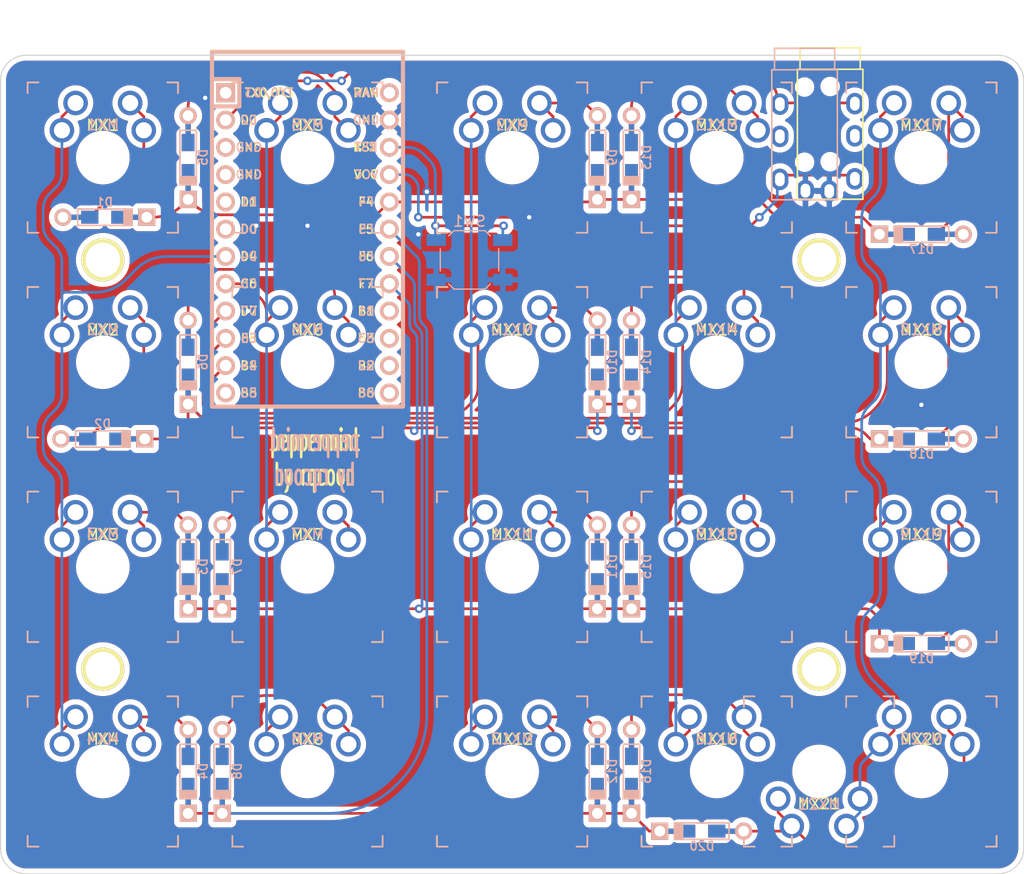
<source format=kicad_pcb>
(kicad_pcb (version 20211014) (generator pcbnew)
  (layers (0 "F.Cu" signal) (31 "B.Cu" signal) (34 "B.Paste" user) (35 "F.Paste" user) (36 "B.SilkS" user "B.Silkscreen") (37 "F.SilkS" user "F.Silkscreen") (38 "B.Mask" user) (39 "F.Mask" user) (44 "Edge.Cuts" user))
  (net 0 "")
  (net 1 "Net-(D1-Pad2)")
  (net 2 "0")
  (net 3 "Net-(D2-Pad2)")
  (net 4 "1")
  (net 5 "Net-(D3-Pad2)")
  (net 6 "2")
  (net 7 "3")
  (net 8 "Net-(D5-Pad2)")
  (net 9 "Net-(D6-Pad2)")
  (net 10 "Net-(D7-Pad2)")
  (net 11 "Net-(D8-Pad2)")
  (net 12 "Net-(D9-Pad2)")
  (net 13 "Net-(D10-Pad2)")
  (net 14 "Net-(D11-Pad2)")
  (net 15 "Net-(D12-Pad2)")
  (net 16 "Net-(D13-Pad2)")
  (net 17 "Net-(D14-Pad2)")
  (net 18 "Net-(D15-Pad2)")
  (net 19 "Net-(D16-Pad2)")
  (net 20 "Net-(D17-Pad2)")
  (net 21 "Net-(D18-Pad2)")
  (net 22 "Net-(D19-Pad2)")
  (net 23 "Net-(D20-Pad2)")
  (net 24 "A")
  (net 25 "B")
  (net 26 "C")
  (net 27 "D")
  (net 28 "E")
  (net 30 "DATA")
  (net 41 "GND")
  (net 42 "VCC")
  (net 44 "RST")
  (net 46 "Net-(MX4-Pad2)")
  (footprint "Keebio:TRRS-PJ-320A" (layer "F.Cu") (at 108.98 56.8675)
    (fp_text reference "U2")
    (fp_text value "TRRS")
  )
  (footprint "Switches:SW_MX_reversible_minimal" (layer "F.Cu") (at 117.475 122.2375)
    (fp_text reference "MX20")
    (fp_text value "MX-NoLED")
  )
  (footprint "Switches:SW_MX_reversible_minimal" (layer "F.Cu") (at 98.425 122.2375)
    (fp_text reference "MX16")
    (fp_text value "MX-NoLED")
  )
  (footprint "Keyboard_Parts:HOLE_M3" (layer "F.Cu") (at 107.95 112.7125)
    (fp_text reference "H2" hide)
    (fp_text value "Hole" hide)
  )
  (footprint "Switches:SW_MX_reversible_minimal" (layer "F.Cu") (at 98.425 103.1875)
    (fp_text reference "MX15")
    (fp_text value "MX-NoLED")
  )
  (footprint "Switches:SW_MX_reversible_minimal" (layer "F.Cu") (at 117.475 103.1875)
    (fp_text reference "MX19")
    (fp_text value "MX-NoLED")
  )
  (footprint "Switches:SW_MX_reversible_minimal" (layer "F.Cu") (at 41.275 84.1375)
    (fp_text reference "MX2")
    (fp_text value "MX-NoLED")
  )
  (footprint "Keyboard_Parts:HOLE_M3" (layer "F.Cu") (at 107.95 74.6125)
    (fp_text reference "H4" hide)
    (fp_text value "Hole" hide)
  )
  (footprint "Switches:SW_MX_reversible_minimal" (layer "F.Cu") (at 79.375 103.1875)
    (fp_text reference "MX11")
    (fp_text value "MX-NoLED")
  )
  (footprint "Keyboard_Parts:HOLE_M3" (layer "F.Cu") (at 41.275 112.7125)
    (fp_text reference "H3" hide)
    (fp_text value "Hole" hide)
  )
  (footprint "Switches:SW_MX_reversible_minimal" (layer "F.Cu") (at 41.275 103.1875)
    (fp_text reference "MX3")
    (fp_text value "MX-NoLED")
  )
  (footprint "Switches:SW_MX_reversible_minimal" (layer "F.Cu") (at 41.275 122.2375)
    (fp_text reference "MX4")
    (fp_text value "MX-NoLED")
  )
  (footprint "Switches:SW_MX_reversible_minimal" (layer "F.Cu") (at 98.425 84.1375)
    (fp_text reference "MX14")
    (fp_text value "MX-NoLED")
  )
  (footprint "Switches:SW_MX_reversible_minimal" (layer "F.Cu") (at 117.475 65.0875)
    (fp_text reference "MX17")
    (fp_text value "MX-NoLED")
  )
  (footprint "Switches:SW_MX_reversible_minimal" (layer "F.Cu") (at 79.375 65.0875)
    (fp_text reference "MX9")
    (fp_text value "MX-NoLED")
  )
  (footprint "Switches:SW_MX_reversible_minimal" (layer "F.Cu") (at 79.375 122.2375)
    (fp_text reference "MX12")
    (fp_text value "MX-NoLED")
  )
  (footprint "Switches:SW_MX_reversible_minimal" (layer "F.Cu") (at 60.325 122.2375)
    (fp_text reference "MX8")
    (fp_text value "MX-NoLED")
  )
  (footprint "Switches:SW_MX_reversible_minimal" (layer "F.Cu") (at 60.325 84.1375)
    (fp_text reference "MX6")
    (fp_text value "MX-NoLED")
  )
  (footprint "Switches:SW_MX_reversible_minimal" (layer "F.Cu") (at 79.375 84.1375)
    (fp_text reference "MX10")
    (fp_text value "MX-NoLED")
  )
  (footprint "Switches:SW_MX_reversible_minimal" (layer "F.Cu") (at 60.325 65.0875)
    (fp_text reference "MX5")
    (fp_text value "MX-NoLED")
  )
  (footprint "Switches:SW_MX_reversible_minimal" (layer "F.Cu") (at 117.475 84.1375)
    (fp_text reference "MX18")
    (fp_text value "MX-NoLED")
  )
  (footprint "Switches:SW_MX_reversible_minimal" (layer "F.Cu") (at 60.325 103.1875)
    (fp_text reference "MX7")
    (fp_text value "MX-NoLED")
  )
  (footprint "Switches:SW_MX_reversible_minimal" (layer "F.Cu") (at 41.275 65.0875)
    (fp_text reference "MX1")
    (fp_text value "MX-NoLED")
  )
  (footprint "Switches:SW_MX_reversible_minimal" (layer "F.Cu") (at 107.95 122.2375 180)
    (fp_text reference "MX21")
    (fp_text value "MX-NoLED")
  )
  (footprint "Keebio:ArduinoProMicro" (layer "F.Cu") (at 60.325 73.025 -90)
    (fp_text reference "U1" hide)
    (fp_text value "ProMicro" hide)
  )
  (footprint "Keyboard_Parts:HOLE_M3" (layer "F.Cu") (at 41.275 74.6125)
    (fp_text reference "H1" hide)
    (fp_text value "Hole" hide)
  )
  (footprint "Switches:SW_MX_reversible_minimal" (layer "F.Cu") (at 98.425 65.0875)
    (fp_text reference "MX13")
    (fp_text value "MX-NoLED")
  )
  (footprint "Keebio:TRRS-PJ-320A" (layer "B.Cu") (at 106.59875 56.9175 180)
    (fp_text reference "U3")
    (fp_text value "TRRS")
  )
  (footprint "Keebio:Diode-dual" (layer "B.Cu") (at 49.2125 122.2375 -90)
    (fp_text reference "D4")
    (fp_text value "D_Small" hide)
  )
  (footprint "Button_Switch_SMD:SW_SPST_SKQG_WithStem" (layer "B.Cu") (at 75.40625 74.6125 180)
    (fp_text reference "SW1")
    (fp_text value "SW_PUSH")
  )
  (footprint "Keebio:Diode-dual" (layer "B.Cu") (at 49.2125 65.0875 -90)
    (fp_text reference "D5")
    (fp_text value "D_Small" hide)
  )
  (footprint "Keebio:Diode-dual" (layer "B.Cu") (at 52.3875 122.2375 -90)
    (fp_text reference "D8")
    (fp_text value "D_Small" hide)
  )
  (footprint "Keebio:Diode-dual" (layer "B.Cu") (at 87.3125 122.2375 -90)
    (fp_text reference "D12")
    (fp_text value "D_Small" hide)
  )
  (footprint "Keebio:Diode-dual" (layer "B.Cu") (at 52.3875 103.1875 -90)
    (fp_text reference "D7")
    (fp_text value "D_Small" hide)
  )
  (footprint "Keebio:Diode-dual" (layer "B.Cu") (at 97.025 127.79375 180)
    (fp_text reference "D20")
    (fp_text value "D_Small" hide)
  )
  (footprint "Keebio:Diode-dual" (layer "B.Cu") (at 87.3125 65.0875 -90)
    (fp_text reference "D9")
    (fp_text value "D_Small" hide)
  )
  (footprint "Keebio:Diode-dual" (layer "B.Cu") (at 87.3125 84.1375 -90)
    (fp_text reference "D10")
    (fp_text value "D_Small" hide)
  )
  (footprint "Keebio:Diode-dual" (layer "B.Cu") (at 49.2125 103.1875 -90)
    (fp_text reference "D3")
    (fp_text value "D_Small" hide)
  )
  (footprint "Keebio:Diode-dual" (layer "B.Cu") (at 90.4875 122.2375 -90)
    (fp_text reference "D16")
    (fp_text value "D_Small" hide)
  )
  (footprint "Keebio:Diode-dual" (layer "B.Cu") (at 49.2125 84.1375 -90)
    (fp_text reference "D6")
    (fp_text value "D_Small" hide)
  )
  (footprint "Keebio:Diode-dual" (layer "B.Cu") (at 90.4875 84.1375 -90)
    (fp_text reference "D14")
    (fp_text value "D_Small" hide)
  )
  (footprint "Keebio:Diode-dual" (layer "B.Cu") (at 117.475 91.28125 180)
    (fp_text reference "D18")
    (fp_text value "D_Small" hide)
  )
  (footprint "Keebio:Diode-dual" (layer "B.Cu") (at 117.475 110.33125 180)
    (fp_text reference "D19")
    (fp_text value "D_Small" hide)
  )
  (footprint "Keebio:Diode-dual" (layer "B.Cu") (at 117.475 72.23125 180)
    (fp_text reference "D17")
    (fp_text value "D_Small" hide)
  )
  (footprint "Keebio:Diode-dual" (layer "B.Cu") (at 87.3125 103.1875 -90)
    (fp_text reference "D11")
    (fp_text value "D_Small" hide)
  )
  (footprint "Keebio:Diode-dual" (layer "B.Cu") (at 90.4875 103.1875 -90)
    (fp_text reference "D15")
    (fp_text value "D_Small" hide)
  )
  (footprint "Keebio:Diode-dual" (layer "B.Cu") (at 41.4625 70.64375)
    (fp_text reference "D1")
    (fp_text value "D_Small" hide)
  )
  (footprint "Keebio:Diode-dual" (layer "B.Cu") (at 41.275 91.28125)
    (fp_text reference "D2")
    (fp_text value "D_Small" hide)
  )
  (footprint "Keebio:Diode-dual" (layer "B.Cu") (at 90.4875 65.0875 -90)
    (fp_text reference "D13")
    (fp_text value "D_Small" hide)
  )
  (gr_line (start 31.75 129.38125) (end 31.75 57.94375) (layer "Edge.Cuts") (width 0.1))
  (gr_line (start 124.61875 131.7625) (end 34.13125 131.7625) (layer "Edge.Cuts") (width 0.1))
  (gr_line (start 127 57.94375) (end 127 129.38125) (layer "Edge.Cuts") (width 0.1))
  (gr_arc (start 34.13125 131.7625) (mid 32.447452 131.065048) (end 31.75 129.38125) (layer "Edge.Cuts") (width 0.1))
  (gr_line (start 34.13125 55.5625) (end 124.61875 55.5625) (layer "Edge.Cuts") (width 0.1))
  (gr_arc (start 127 129.38125) (mid 126.302548 131.065048) (end 124.61875 131.7625) (layer "Edge.Cuts") (width 0.1))
  (gr_arc (start 31.75 57.94375) (mid 32.447452 56.259952) (end 34.13125 55.5625) (layer "Edge.Cuts") (width 0.1))
  (gr_arc (start 124.61875 55.5625) (mid 126.302548 56.259952) (end 127 57.94375) (layer "Edge.Cuts") (width 0.1))
  (gr_text "peppermint\nby rqcoon" (at 60.993259 92.985766) (layer "B.SilkS") (effects (font (size 2 1) (thickness 0.25)) (justify mirror)))
  (gr_text "peppermint\nby rqcoon" (at 61 93) (layer "F.SilkS") (effects (font (size 2 1) (thickness 0.25))))
  (segment (start 43.815 60.0075) (end 45.085 61.2775) (width 0.25) (layer "F.Cu") (net 1))
  (segment (start 40.0625 70.64375) (end 43.913427 66.792823) (width 0.25) (layer "F.Cu") (net 1))
  (segment (start 45.085 63.964396) (end 45.085 62.5475) (width 0.25) (layer "F.Cu") (net 1))
  (segment (start 45.085 61.2775) (end 45.085 62.5475) (width 0.25) (layer "F.Cu") (net 1))
  (arc (start 45.085 63.964396) (mid 44.780518 65.49513) (end 43.913427 66.792823) (width 0.25) (layer "F.Cu") (net 1))
  (segment (start 103.98125 70.64375) (end 111.9875 70.64375) (width 0.25) (layer "F.Cu") (net 2))
  (segment (start 90.4875 68.9875) (end 102.325 68.9875) (width 0.25) (layer "F.Cu") (net 2))
  (segment (start 102.325 68.9875) (end 103.98125 70.64375) (width 0.25) (layer "F.Cu") (net 2))
  (segment (start 87.3125 68.9875) (end 90.4875 68.9875) (width 0.25) (layer "F.Cu") (net 2))
  (segment (start 87.085 69.215) (end 87.3125 68.9875) (width 0.25) (layer "F.Cu") (net 2))
  (segment (start 111.9875 70.64375) (end 113.575 72.23125) (width 0.25) (layer "F.Cu") (net 2))
  (segment (start 48.727823 69.472177) (end 49.2125 68.9875) (width 0.25) (layer "F.Cu") (net 2))
  (segment (start 45.3625 70.64375) (end 45.899396 70.64375) (width 0.25) (layer "F.Cu") (net 2))
  (segment (start 67.945 69.215) (end 87.085 69.215) (width 0.25) (layer "F.Cu") (net 2))
  (segment (start 67.037082 70.122918) (end 67.945 69.215) (width 0.25) (layer "F.Cu") (net 2))
  (segment (start 49.2125 68.9875) (end 49.469238 69.244238) (width 0.25) (layer "F.Cu") (net 2))
  (segment (start 52.297665 70.415811) (end 66.329975 70.415811) (width 0.25) (layer "F.Cu") (net 2))
  (arc (start 45.899396 70.64375) (mid 47.43013 70.339268) (end 48.727823 69.472177) (width 0.25) (layer "F.Cu") (net 2))
  (arc (start 52.297665 70.415811) (mid 50.766931 70.111329) (end 49.469238 69.244238) (width 0.25) (layer "F.Cu") (net 2))
  (arc (start 66.329975 70.415811) (mid 66.712658 70.339691) (end 67.037082 70.122918) (width 0.25) (layer "F.Cu") (net 2))
  (segment (start 45.085 84.000182) (end 45.085 81.5975) (width 0.25) (layer "F.Cu") (net 3))
  (segment (start 45.085 80.3275) (end 45.085 81.5975) (width 0.25) (layer "F.Cu") (net 3))
  (segment (start 39.875 91.28125) (end 43.620534 87.535716) (width 0.25) (layer "F.Cu") (net 3))
  (segment (start 43.815 79.0575) (end 45.085 80.3275) (width 0.25) (layer "F.Cu") (net 3))
  (arc (start 43.620534 87.535716) (mid 44.704398 85.913599) (end 45.085 84.000182) (width 0.25) (layer "F.Cu") (net 3))
  (segment (start 49.2125 88.0375) (end 51.130667 89.955667) (width 0.25) (layer "F.Cu") (net 4))
  (segment (start 45.175 91.28125) (end 47.625 91.28125) (width 0.25) (layer "F.Cu") (net 4))
  (segment (start 84.93125 90.24856) (end 87.03752 90.24856) (width 0.25) (layer "F.Cu") (net 4))
  (segment (start 68.50144 90.24856) (end 84.93125 90.24856) (width 0.25) (layer "F.Cu") (net 4))
  (segment (start 112.7125 91.28125) (end 112.265596 90.834346) (width 0.25) (layer "F.Cu") (net 4))
  (segment (start 51.837774 90.24856) (end 68.50144 90.24856) (width 0.25) (layer "F.Cu") (net 4))
  (segment (start 69.9885 90.24856) (end 70.26348 90.52354) (width 0.25) (layer "F.Cu") (net 4))
  (segment (start 49.2125 89.69375) (end 49.2125 88.0375) (width 0.25) (layer "F.Cu") (net 4))
  (segment (start 90.4875 90.52354) (end 90.4875 90.4875) (width 0.25) (layer "F.Cu") (net 4))
  (segment (start 113.575 91.28125) (end 112.7125 91.28125) (width 0.25) (layer "F.Cu") (net 4))
  (segment (start 90.76248 90.24856) (end 90.4875 90.52354) (width 0.25) (layer "F.Cu") (net 4))
  (segment (start 68.50144 90.24856) (end 69.9885 90.24856) (width 0.25) (layer "F.Cu") (net 4))
  (segment (start 90.4875 90.4875) (end 90.72644 90.24856) (width 0.25) (layer "F.Cu") (net 4))
  (segment (start 87.03752 90.24856) (end 87.3125 90.52354) (width 0.25) (layer "F.Cu") (net 4))
  (segment (start 87.3125 88.0375) (end 90.4875 88.0375) (width 0.25) (layer "F.Cu") (net 4))
  (segment (start 110.851383 90.24856) (end 90.76248 90.24856) (width 0.25) (layer "F.Cu") (net 4))
  (segment (start 47.625 91.28125) (end 49.2125 89.69375) (width 0.25) (layer "F.Cu") (net 4))
  (via (at 70.26348 90.52354) (size 0.8) (drill 0.4) (layers "F.Cu" "B.Cu") (net 4))
  (via (at 90.4875 90.52354) (size 0.8) (drill 0.4) (layers "F.Cu" "B.Cu") (net 4))
  (via (at 87.3125 90.52354) (size 0.8) (drill 0.4) (layers "F.Cu" "B.Cu") (net 4))
  (arc (start 51.130667 89.955667) (mid 51.45509 90.17244) (end 51.837774 90.24856) (width 0.25) (layer "F.Cu") (net 4))
  (arc (start 112.265596 90.834346) (mid 111.61675 90.400801) (end 110.851383 90.24856) (width 0.25) (layer "F.Cu") (net 4))
  (segment (start 69.557107 78.447107) (end 67.945 76.835) (width 0.25) (layer "B.Cu") (net 4))
  (segment (start 70.53846 90.24856) (end 70.53846 82.065174) (width 0.25) (layer "B.Cu") (net 4))
  (segment (start 90.4875 88.0375) (end 90.4875 90.52354) (width 0.25) (layer "B.Cu") (net 4))
  (segment (start 69.85 80.548286) (end 69.85 79.154214) (width 0.25) (layer "B.Cu") (net 4))
  (segment (start 70.245567 81.358067) (end 70.142893 81.255393) (width 0.25) (layer "B.Cu") (net 4))
  (segment (start 70.26348 90.52354) (end 70.53846 90.24856) (width 0.25) (layer "B.Cu") (net 4))
  (segment (start 87.3125 90.52354) (end 87.3125 88.0375) (width 0.25) (layer "B.Cu") (net 4))
  (arc (start 70.53846 82.065174) (mid 70.46234 81.682491) (end 70.245567 81.358067) (width 0.25) (layer "B.Cu") (net 4))
  (arc (start 69.85 79.154214) (mid 69.77388 78.771531) (end 69.557107 78.447107) (width 0.25) (layer "B.Cu") (net 4))
  (arc (start 69.85 80.548286) (mid 69.92612 80.930969) (end 70.142893 81.255393) (width 0.25) (layer "B.Cu") (net 4))
  (segment (start 43.815 98.1075) (end 48.0325 98.1075) (width 0.25) (layer "F.Cu") (net 5))
  (segment (start 48.0325 98.1075) (end 49.2125 99.2875) (width 0.25) (layer "F.Cu") (net 5))
  (segment (start 43.815 98.1075) (end 45.085 99.3775) (width 0.25) (layer "F.Cu") (net 5))
  (segment (start 45.085 99.3775) (end 45.085 100.6475) (width 0.25) (layer "F.Cu") (net 5))
  (segment (start 52.3875 107.0875) (end 87.3125 107.0875) (width 0.25) (layer "F.Cu") (net 6))
  (segment (start 113.575 108.432964) (end 113.575 110.33125) (width 0.25) (layer "F.Cu") (net 6))
  (segment (start 90.4875 107.0875) (end 112.229536 107.0875) (width 0.25) (layer "F.Cu") (net 6))
  (segment (start 112.936643 107.380393) (end 113.282107 107.725857) (width 0.25) (layer "F.Cu") (net 6))
  (segment (start 90.4875 107.0875) (end 87.3125 107.0875) (width 0.25) (layer "F.Cu") (net 6))
  (segment (start 49.2125 107.0875) (end 52.3875 107.0875) (width 0.25) (layer "F.Cu") (net 6))
  (via (at 70.7125 107.0875) (size 0.8) (drill 0.4) (layers "F.Cu" "B.Cu") (net 6))
  (arc (start 112.936643 107.380393) (mid 112.61222 107.16362) (end 112.229536 107.0875) (width 0.25) (layer "F.Cu") (net 6))
  (arc (start 113.282107 107.725857) (mid 113.49888 108.05028) (end 113.575 108.432964) (width 0.25) (layer "F.Cu") (net 6))
  (segment (start 70.29952 80.204056) (end 70.29952 77.063734) (width 0.25) (layer "B.Cu") (net 6))
  (segment (start 70.695087 81.013837) (end 70.592413 80.911163) (width 0.25) (layer "B.Cu") (net 6))
  (segment (start 70.006627 76.356627) (end 67.945 74.295) (width 0.25) (layer "B.Cu") (net 6))
  (segment (start 70.98798 106.81202) (end 70.98798 81.720944) (width 0.25) (layer "B.Cu") (net 6))
  (segment (start 70.7125 107.0875) (end 70.98798 106.81202) (width 0.25) (layer "B.Cu") (net 6))
  (arc (start 70.592413 80.911163) (mid 70.37564 80.58674) (end 70.29952 80.204056) (width 0.25) (layer "B.Cu") (net 6))
  (arc (start 70.29952 77.063734) (mid 70.2234 76.681051) (end 70.006627 76.356627) (width 0.25) (layer "B.Cu") (net 6))
  (arc (start 70.695087 81.013837) (mid 70.91186 81.33826) (end 70.98798 81.720944) (width 0.25) (layer "B.Cu") (net 6))
  (segment (start 49.2125 126.1375) (end 52.3875 126.1375) (width 0.25) (layer "F.Cu") (net 7))
  (segment (start 92.14375 127.79375) (end 90.4875 126.1375) (width 0.25) (layer "F.Cu") (net 7))
  (segment (start 52.3875 126.1375) (end 87.3125 126.1375) (width 0.25) (layer "F.Cu") (net 7))
  (segment (start 93.125 127.79375) (end 92.14375 127.79375) (width 0.25) (layer "F.Cu") (net 7))
  (segment (start 87.3125 126.1375) (end 90.4875 126.1375) (width 0.25) (layer "F.Cu") (net 7))
  (segment (start 71.144607 80.669607) (end 71.041933 80.566933) (width 0.25) (layer "B.Cu") (net 7))
  (segment (start 52.3875 126.1375) (end 62.222078 126.1375) (width 0.25) (layer "B.Cu") (net 7))
  (segment (start 70.74904 79.859826) (end 70.74904 74.973254) (width 0.25) (layer "B.Cu") (net 7))
  (segment (start 68.586039 123.501461) (end 68.801461 123.286039) (width 0.25) (layer "B.Cu") (net 7))
  (segment (start 70.456147 74.266147) (end 67.945 71.755) (width 0.25) (layer "B.Cu") (net 7))
  (segment (start 71.4375 116.922078) (end 71.4375 81.376714) (width 0.25) (layer "B.Cu") (net 7))
  (arc (start 71.4375 116.922078) (mid 70.752416 120.366229) (end 68.801461 123.286039) (width 0.25) (layer "B.Cu") (net 7))
  (arc (start 70.456147 74.266147) (mid 70.67292 74.59057) (end 70.74904 74.973254) (width 0.25) (layer "B.Cu") (net 7))
  (arc (start 71.144607 80.669607) (mid 71.36138 80.99403) (end 71.4375 81.376714) (width 0.25) (layer "B.Cu") (net 7))
  (arc (start 62.222078 126.1375) (mid 65.666229 125.452416) (end 68.586039 123.501461) (width 0.25) (layer "B.Cu") (net 7))
  (arc (start 71.041933 80.566933) (mid 70.82516 80.24251) (end 70.74904 79.859826) (width 0.25) (layer "B.Cu") (net 7))
  (segment (start 49.2125 61.1875) (end 49.2125 60.359677) (width 0.25) (layer "F.Cu") (net 8))
  (segment (start 61.704537 57.735787) (end 62.865 58.89625) (width 0.25) (layer "F.Cu") (net 8))
  (segment (start 64.135 62.5475) (end 62.865 61.2775) (width 0.25) (layer "F.Cu") (net 8))
  (segment (start 52.422177 57.15) (end 60.290323 57.15) (width 0.25) (layer "F.Cu") (net 8))
  (segment (start 49.798287 58.945463) (end 51.007964 57.735786) (width 0.25) (layer "F.Cu") (net 8))
  (segment (start 62.865 58.89625) (end 62.865 60.0075) (width 0.25) (layer "F.Cu") (net 8))
  (segment (start 62.865 61.2775) (end 62.865 60.0075) (width 0.25) (layer "F.Cu") (net 8))
  (arc (start 61.704537 57.735787) (mid 61.05569 57.302241) (end 60.290323 57.15) (width 0.25) (layer "F.Cu") (net 8))
  (arc (start 49.2125 60.359677) (mid 49.364741 59.59431) (end 49.798287 58.945463) (width 0.25) (layer "F.Cu") (net 8))
  (arc (start 51.007964 57.735786) (mid 51.65681 57.302241) (end 52.422177 57.15) (width 0.25) (layer "F.Cu") (net 8))
  (segment (start 62.865 79.0575) (end 64.135 80.3275) (width 0.25) (layer "F.Cu") (net 9))
  (segment (start 49.798287 76.407963) (end 50.124653 76.081597) (width 0.25) (layer "F.Cu") (net 9))
  (segment (start 62.865 77.980927) (end 62.865 79.0575) (width 0.25) (layer "F.Cu") (net 9))
  (segment (start 49.2125 80.2375) (end 49.2125 77.822177) (width 0.25) (layer "F.Cu") (net 9))
  (segment (start 61.794098 76.081598) (end 62.279214 76.566714) (width 0.25) (layer "F.Cu") (net 9))
  (segment (start 51.538866 75.495811) (end 60.379884 75.495811) (width 0.25) (layer "F.Cu") (net 9))
  (segment (start 64.135 80.3275) (end 64.135 81.5975) (width 0.25) (layer "F.Cu") (net 9))
  (arc (start 61.794098 76.081598) (mid 61.145251 75.648052) (end 60.379884 75.495811) (width 0.25) (layer "F.Cu") (net 9))
  (arc (start 50.124653 76.081597) (mid 50.773499 75.648052) (end 51.538866 75.495811) (width 0.25) (layer "F.Cu") (net 9))
  (arc (start 62.279214 76.566714) (mid 62.712759 77.21556) (end 62.865 77.980927) (width 0.25) (layer "F.Cu") (net 9))
  (arc (start 49.798287 76.407963) (mid 49.364741 77.05681) (end 49.2125 77.822177) (width 0.25) (layer "F.Cu") (net 9))
  (segment (start 62.865 98.1075) (end 64.135 99.3775) (width 0.25) (layer "F.Cu") (net 10))
  (segment (start 64.135 99.3775) (end 64.135 100.6475) (width 0.25) (layer "F.Cu") (net 10))
  (segment (start 52.3875 99.2875) (end 53.5675 98.1075) (width 0.25) (layer "F.Cu") (net 10))
  (segment (start 61.455787 115.748287) (end 62.865 117.1575) (width 0.25) (layer "F.Cu") (net 11))
  (segment (start 62.865 117.1575) (end 64.135 118.4275) (width 0.25) (layer "F.Cu") (net 11))
  (segment (start 56.390927 115.1625) (end 60.041573 115.1625) (width 0.25) (layer "F.Cu") (net 11))
  (segment (start 52.3875 118.3375) (end 54.976714 115.748286) (width 0.25) (layer "F.Cu") (net 11))
  (segment (start 64.135 118.4275) (end 64.135 119.6975) (width 0.25) (layer "F.Cu") (net 11))
  (arc (start 60.041573 115.1625) (mid 60.80694 115.314741) (end 61.455787 115.748287) (width 0.25) (layer "F.Cu") (net 11))
  (arc (start 54.976714 115.748286) (mid 55.62556 115.314741) (end 56.390927 115.1625) (width 0.25) (layer "F.Cu") (net 11))
  (segment (start 83.185 61.2775) (end 83.185 62.5475) (width 0.25) (layer "F.Cu") (net 12))
  (segment (start 81.915 60.0075) (end 83.185 61.2775) (width 0.25) (layer "F.Cu") (net 12))
  (segment (start 81.915 60.0075) (end 86.1325 60.0075) (width 0.25) (layer "F.Cu") (net 12))
  (segment (start 86.1325 60.0075) (end 87.3125 61.1875) (width 0.25) (layer "F.Cu") (net 12))
  (segment (start 83.185 80.3275) (end 83.185 81.5975) (width 0.25) (layer "F.Cu") (net 13))
  (segment (start 81.915 79.0575) (end 83.185 80.3275) (width 0.25) (layer "F.Cu") (net 13))
  (segment (start 86.1325 79.0575) (end 87.3125 80.2375) (width 0.25) (layer "F.Cu") (net 13))
  (segment (start 81.915 79.0575) (end 86.1325 79.0575) (width 0.25) (layer "F.Cu") (net 13))
  (segment (start 81.915 98.1075) (end 83.185 99.3775) (width 0.25) (layer "F.Cu") (net 14))
  (segment (start 83.185 99.3775) (end 83.185 100.6475) (width 0.25) (layer "F.Cu") (net 14))
  (segment (start 86.1325 98.1075) (end 87.3125 99.2875) (width 0.25) (layer "F.Cu") (net 14))
  (segment (start 81.915 98.1075) (end 86.1325 98.1075) (width 0.25) (layer "F.Cu") (net 14))
  (segment (start 83.185 118.4275) (end 83.185 119.6975) (width 0.25) (layer "F.Cu") (net 15))
  (segment (start 81.915 117.1575) (end 86.1325 117.1575) (width 0.25) (layer "F.Cu") (net 15))
  (segment (start 81.915 117.1575) (end 83.185 118.4275) (width 0.25) (layer "F.Cu") (net 15))
  (segment (start 86.1325 117.1575) (end 87.3125 118.3375) (width 0.25) (layer "F.Cu") (net 15))
  (segment (start 102.235 61.2775) (end 102.235 62.5475) (width 0.25) (layer "F.Cu") (net 16))
  (segment (start 100.965 60.0075) (end 99.487036 58.529536) (width 0.25) (layer "F.Cu") (net 16))
  (segment (start 100.965 60.0075) (end 102.235 61.2775) (width 0.25) (layer "F.Cu") (net 16))
  (segment (start 98.072823 57.94375) (end 92.903427 57.94375) (width 0.25) (layer "F.Cu") (net 16))
  (segment (start 91.489213 58.529537) (end 91.073286 58.945464) (width 0.25) (layer "F.Cu") (net 16))
  (segment (start 90.4875 60.359677) (end 90.4875 61.1875) (width 0.25) (layer "F.Cu") (net 16))
  (arc (start 91.073286 58.945464) (mid 90.639741 59.59431) (end 90.4875 60.359677) (width 0.25) (layer "F.Cu") (net 16))
  (arc (start 91.489213 58.529537) (mid 92.13806 58.095991) (end 92.903427 57.94375) (width 0.25) (layer "F.Cu") (net 16))
  (arc (start 98.072823 57.94375) (mid 98.83819 58.095991) (end 99.487036 58.529536) (width 0.25) (layer "F.Cu") (net 16))
  (segment (start 100.965 79.0575) (end 100.965 77.566714) (width 0.25) (layer "F.Cu") (net 17))
  (segment (start 100.965 79.0575) (end 102.235 80.3275) (width 0.25) (layer "F.Cu") (net 17))
  (segment (start 99.598286 76.2) (end 91.695464 76.2) (width 0.25) (layer "F.Cu") (net 17))
  (segment (start 90.4875 77.407964) (end 90.4875 80.2375) (width 0.25) (layer "F.Cu") (net 17))
  (segment (start 100.672107 76.859607) (end 100.305393 76.492893) (width 0.25) (layer "F.Cu") (net 17))
  (segment (start 102.235 80.3275) (end 102.235 81.5975) (width 0.25) (layer "F.Cu") (net 17))
  (segment (start 90.988357 76.492893) (end 90.780393 76.700857) (width 0.25) (layer "F.Cu") (net 17))
  (arc (start 100.672107 76.859607) (mid 100.88888 77.18403) (end 100.965 77.566714) (width 0.25) (layer "F.Cu") (net 17))
  (arc (start 90.988357 76.492893) (mid 91.31278 76.27612) (end 91.695464 76.2) (width 0.25) (layer "F.Cu") (net 17))
  (arc (start 100.305393 76.492893) (mid 99.98097 76.27612) (end 99.598286 76.2) (width 0.25) (layer "F.Cu") (net 17))
  (arc (start 90.780393 76.700857) (mid 90.56362 77.02528) (end 90.4875 77.407964) (width 0.25) (layer "F.Cu") (net 17))
  (segment (start 90.988357 95.542893) (end 90.780393 95.750857) (width 0.25) (layer "F.Cu") (net 18))
  (segment (start 100.965 98.1075) (end 100.965 96.616714) (width 0.25) (layer "F.Cu") (net 18))
  (segment (start 100.965 98.1075) (end 102.235 99.3775) (width 0.25) (layer "F.Cu") (net 18))
  (segment (start 90.4875 96.457964) (end 90.4875 99.2875) (width 0.25) (layer "F.Cu") (net 18))
  (segment (start 99.598286 95.25) (end 91.695464 95.25) (width 0.25) (layer "F.Cu") (net 18))
  (segment (start 100.672107 95.909607) (end 100.305393 95.542893) (width 0.25) (layer "F.Cu") (net 18))
  (segment (start 102.235 99.3775) (end 102.235 100.6475) (width 0.25) (layer "F.Cu") (net 18))
  (arc (start 100.305393 95.542893) (mid 99.98097 95.32612) (end 99.598286 95.25) (width 0.25) (layer "F.Cu") (net 18))
  (arc (start 90.4875 96.457964) (mid 90.56362 96.075281) (end 90.780393 95.750857) (width 0.25) (layer "F.Cu") (net 18))
  (arc (start 100.965 96.616714) (mid 100.88888 96.234031) (end 100.672107 95.909607) (width 0.25) (layer "F.Cu") (net 18))
  (arc (start 91.695464 95.25) (mid 91.312781 95.32612) (end 90.988357 95.542893) (width 0.25) (layer "F.Cu") (net 18))
  (segment (start 100.965 117.1575) (end 99.194143 115.386643) (width 0.25) (layer "F.Cu") (net 19))
  (segment (start 90.4875 116.301714) (end 90.4875 118.3375) (width 0.25) (layer "F.Cu") (net 19))
  (segment (start 98.487036 115.09375) (end 91.695464 115.09375) (width 0.25) (layer "F.Cu") (net 19))
  (segment (start 100.965 118.4275) (end 100.965 117.1575) (width 0.25) (layer "F.Cu") (net 19))
  (segment (start 102.235 119.6975) (end 100.965 118.4275) (width 0.25) (layer "F.Cu") (net 19))
  (segment (start 90.988357 115.386643) (end 90.780393 115.594607) (width 0.25) (layer "F.Cu") (net 19))
  (arc (start 90.4875 116.301714) (mid 90.56362 115.919031) (end 90.780393 115.594607) (width 0.25) (layer "F.Cu") (net 19))
  (arc (start 90.988357 115.386643) (mid 91.31278 115.16987) (end 91.695464 115.09375) (width 0.25) (layer "F.Cu") (net 19))
  (arc (start 99.194143 115.386643) (mid 98.86972 115.16987) (end 98.487036 115.09375) (width 0.25) (layer "F.Cu") (net 19))
  (segment (start 121.285 61.2775) (end 121.285 62.5475) (width 0.25) (layer "F.Cu") (net 20))
  (segment (start 120.015 60.0075) (end 121.285 61.2775) (width 0.25) (layer "F.Cu") (net 20))
  (segment (start 120.015 60.0075) (end 120.015 71.09125) (width 0.25) (layer "F.Cu") (net 20))
  (segment (start 120.015 71.09125) (end 118.875 72.23125) (width 0.25) (layer "F.Cu") (net 20))
  (segment (start 120.015 90.14125) (end 118.875 91.28125) (width 0.25) (layer "F.Cu") (net 21))
  (segment (start 120.015 79.0575) (end 121.285 80.3275) (width 0.25) (layer "F.Cu") (net 21))
  (segment (start 120.015 79.0575) (end 120.015 90.14125) (width 0.25) (layer "F.Cu") (net 21))
  (segment (start 121.285 80.3275) (end 121.285 81.5975) (width 0.25) (layer "F.Cu") (net 21))
  (segment (start 120.015 109.19125) (end 118.875 110.33125) (width 0.25) (layer "F.Cu") (net 22))
  (segment (start 121.285 99.3775) (end 121.285 100.6475) (width 0.25) (layer "F.Cu") (net 22))
  (segment (start 120.015 98.1075) (end 121.285 99.3775) (width 0.25) (layer "F.Cu") (net 22))
  (segment (start 120.015 98.1075) (end 120.015 109.19125) (width 0.25) (layer "F.Cu") (net 22))
  (segment (start 121.285 119.6975) (end 120.015 118.4275) (width 0.25) (layer "F.Cu") (net 23))
  (segment (start 121.44375 125.343146) (end 121.44375 119.85625) (width 0.25) (layer "F.Cu") (net 23))
  (segment (start 104.14 126.0475) (end 104.14 124.7775) (width 0.25) (layer "F.Cu") (net 23))
  (segment (start 105.41 127.3175) (end 104.14 126.0475) (width 0.25) (layer "F.Cu") (net 23))
  (segment (start 120.015 118.4275) (end 120.015 117.1575) (width 0.25) (layer "F.Cu") (net 23))
  (segment (start 120.234073 128.209677) (end 120.272177 128.171573) (width 0.25) (layer "F.Cu") (net 23))
  (segment (start 104.93375 127.79375) (end 105.41 127.3175) (width 0.25) (layer "F.Cu") (net 23))
  (segment (start 121.44375 119.85625) (end 121.285 119.6975) (width 0.25) (layer "F.Cu") (net 23))
  (segment (start 100.925 127.79375) (end 104.93375 127.79375) (width 0.25) (layer "F.Cu") (net 23))
  (segment (start 108.716391 129.38125) (end 117.405646 129.38125) (width 0.25) (layer "F.Cu") (net 23))
  (segment (start 105.41 127.3175) (end 106.595071 128.502571) (width 0.25) (layer "F.Cu") (net 23))
  (arc (start 117.405646 129.38125) (mid 118.93638 129.076768) (end 120.234073 128.209677) (width 0.25) (layer "F.Cu") (net 23))
  (arc (start 120.272177 128.171573) (mid 121.139268 126.87388) (end 121.44375 125.343146) (width 0.25) (layer "F.Cu") (net 23))
  (arc (start 106.595071 128.502571) (mid 107.568341 129.152889) (end 108.716391 129.38125) (width 0.25) (layer "F.Cu") (net 23))
  (segment (start 38.735 60.0075) (end 37.465 61.2775) (width 0.25) (layer "F.Cu") (net 24))
  (segment (start 37.465 118.4275) (end 37.465 119.6975) (width 0.25) (layer "F.Cu") (net 24))
  (segment (start 38.735 79.0575) (end 37.465 80.3275) (width 0.25) (layer "F.Cu") (net 24))
  (segment (start 38.735 117.1575) (end 37.465 118.4275) (width 0.25) (layer "F.Cu") (net 24))
  (segment (start 37.465 99.3775) (end 37.465 100.6475) (width 0.25) (layer "F.Cu") (net 24))
  (segment (start 38.735 98.1075) (end 37.465 99.3775) (width 0.25) (layer "F.Cu") (net 24))
  (segment (start 37.465 61.2775) (end 37.465 62.5475) (width 0.25) (layer "F.Cu") (net 24))
  (segment (start 37.465 80.3275) (end 37.465 81.5975) (width 0.25) (layer "F.Cu") (net 24))
  (segment (start 37.465 77.62875) (end 40.570646 77.62875) (width 0.25) (layer "B.Cu") (net 24))
  (segment (start 37.465 66.481573) (end 37.465 62.5475) (width 0.25) (layer "B.Cu") (net 24))
  (segment (start 36.879213 73.391713) (end 36.304536 72.817036) (width 0.25) (layer "B.Cu") (net 24))
  (segment (start 37.465 87.119073) (end 37.465 81.5975) (width 0.25) (layer "B.Cu") (net 24))
  (segment (start 36.879213 94.029213) (end 36.304536 93.454536) (width 0.25) (layer "B.Cu") (net 24))
  (segment (start 47.218104 74.295) (end 52.705 74.295) (width 0.25) (layer "B.Cu") (net 24))
  (segment (start 37.465 77.62875) (end 37.465 74.805927) (width 0.25) (layer "B.Cu") (net 24))
  (segment (start 36.304537 68.470463) (end 36.879214 67.895786) (width 0.25) (layer "B.Cu") (net 24))
  (segment (start 37.465 119.6975) (end 37.465 100.6475) (width 0.25) (layer "B.Cu") (net 24))
  (segment (start 36.304537 89.107963) (end 36.879214 88.533286) (width 0.25) (layer "B.Cu") (net 24))
  (segment (start 35.71875 71.402823) (end 35.71875 69.884677) (width 0.25) (layer "B.Cu") (net 24))
  (segment (start 35.71875 92.040323) (end 35.71875 90.522177) (width 0.25) (layer "B.Cu") (net 24))
  (segment (start 37.465 100.6475) (end 37.465 95.443427) (width 0.25) (layer "B.Cu") (net 24))
  (segment (start 43.399073 76.457177) (end 44.389677 75.466573) (width 0.25) (layer "B.Cu") (net 24))
  (segment (start 37.465 81.5975) (end 37.465 77.62875) (width 0.25) (layer "B.Cu") (net 24))
  (arc (start 37.465 74.805927) (mid 37.312759 74.04056) (end 36.879213 73.391713) (width 0.25) (layer "B.Cu") (net 24))
  (arc (start 36.879214 67.895786) (mid 37.312759 67.24694) (end 37.465 66.481573) (width 0.25) (layer "B.Cu") (net 24))
  (arc (start 36.304536 72.817036) (mid 35.870991 72.16819) (end 35.71875 71.402823) (width 0.25) (layer "B.Cu") (net 24))
  (arc (start 36.304536 93.454536) (mid 35.870991 92.80569) (end 35.71875 92.040323) (width 0.25) (layer "B.Cu") (net 24))
  (arc (start 36.304537 68.470463) (mid 35.870991 69.11931) (end 35.71875 69.884677) (width 0.25) (layer "B.Cu") (net 24))
  (arc (start 36.879213 94.029213) (mid 37.312759 94.67806) (end 37.465 95.443427) (width 0.25) (layer "B.Cu") (net 24))
  (arc (start 40.570646 77.62875) (mid 42.10138 77.324268) (end 43.399073 76.457177) (width 0.25) (layer "B.Cu") (net 24))
  (arc (start 35.71875 90.522177) (mid 35.870991 89.75681) (end 36.304537 89.107963) (width 0.25) (layer "B.Cu") (net 24))
  (arc (start 47.218104 74.295) (mid 45.68737 74.599482) (end 44.389677 75.466573) (width 0.25) (layer "B.Cu") (net 24))
  (arc (start 37.465 87.119073) (mid 37.312759 87.88444) (end 36.879214 88.533286) (width 0.25) (layer "B.Cu") (net 24))
  (segment (start 56.515 80.3275) (end 56.515 81.5975) (width 0.25) (layer "F.Cu") (net 25))
  (segment (start 56.515 62.5475) (end 57.785 61.2775) (width 0.25) (layer "F.Cu") (net 25))
  (segment (start 57.785 117.1575) (end 56.515 118.4275) (width 0.25) (layer "F.Cu") (net 25))
  (segment (start 55.195787 77.420787) (end 55.929214 78.154214) (width 0.25) (layer "F.Cu") (net 25))
  (segment (start 57.785 98.1075) (end 56.515 99.3775) (width 0.25) (layer "F.Cu") (net 25))
  (segment (start 57.785 79.0575) (end 56.515 80.3275) (width 0.25) (layer "F.Cu") (net 25))
  (segment (start 57.785 61.2775) (end 57.785 60.0075) (width 0.25) (layer "F.Cu") (net 25))
  (segment (start 56.515 99.3775) (end 56.515 100.6475) (width 0.25) (layer "F.Cu") (net 25))
  (segment (start 56.515 79.568427) (end 56.515 81.5975) (width 0.25) (layer "F.Cu") (net 25))
  (segment (start 52.705 76.835) (end 53.781573 76.835) (width 0.25) (layer "F.Cu") (net 25))
  (segment (start 56.515 118.4275) (end 56.515 119.6975) (width 0.25) (layer "F.Cu") (net 25))
  (arc (start 56.515 79.568427) (mid 56.362759 78.80306) (end 55.929214 78.154214) (width 0.25) (layer "F.Cu") (net 25))
  (arc (start 53.781573 76.835) (mid 54.54694 76.987241) (end 55.195787 77.420787) (width 0.25) (layer "F.Cu") (net 25))
  (segment (start 56.515 62.5475) (end 56.515 81.5975) (width 0.25) (layer "B.Cu") (net 25))
  (segment (start 56.515 81.5975) (end 56.515 119.6975) (width 0.25) (layer "B.Cu") (net 25))
  (segment (start 76.835 98.1075) (end 75.565 99.3775) (width 0.25) (layer "F.Cu") (net 26))
  (segment (start 76.835 117.1575) (end 75.565 118.4275) (width 0.25) (layer "F.Cu") (net 26))
  (segment (start 52.801714 88.9) (end 73.784073 88.9) (width 0.25) (layer "F.Cu") (net 26))
  (segment (start 75.565 80.3275) (end 75.565 81.5975) (width 0.25) (layer "F.Cu") (net 26))
  (segment (start 75.565 118.4275) (end 75.565 119.6975) (width 0.25) (layer "F.Cu") (net 26))
  (segment (start 76.835 60.0075) (end 75.565 61.2775) (width 0.25) (layer "F.Cu") (net 26))
  (segment (start 76.2 82.2325) (end 75.565 81.5975) (width 0.25) (layer "F.Cu") (net 26))
  (segment (start 51.797082 88.309582) (end 52.094607 88.607107) (width 0.25) (layer "F.Cu") (net 26))
  (segment (start 75.565 99.3775) (end 75.565 100.6475) (width 0.25) (layer "F.Cu") (net 26))
  (segment (start 75.565 61.2775) (end 75.565 62.5475) (width 0.25) (layer "F.Cu") (net 26))
  (segment (start 76.2 86.484073) (end 76.2 82.2325) (width 0.25) (layer "F.Cu") (net 26))
  (segment (start 51.504189 86.070025) (end 51.504189 87.602475) (width 0.25) (layer "F.Cu") (net 26))
  (segment (start 76.835 79.0575) (end 75.565 80.3275) (width 0.25) (layer "F.Cu") (net 26))
  (segment (start 75.198287 88.314213) (end 75.614214 87.898286) (width 0.25) (layer "F.Cu") (net 26))
  (segment (start 52.705 84.455) (end 51.797082 85.362918) (width 0.25) (layer "F.Cu") (net 26))
  (arc (start 51.797082 85.362918) (mid 51.580309 85.687341) (end 51.504189 86.070025) (width 0.25) (layer "F.Cu") (net 26))
  (arc (start 75.614214 87.898286) (mid 76.047759 87.24944) (end 76.2 86.484073) (width 0.25) (layer "F.Cu") (net 26))
  (arc (start 52.094607 88.607107) (mid 52.41903 88.82388) (end 52.801714 88.9) (width 0.25) (layer "F.Cu") (net 26))
  (arc (start 73.784073 88.9) (mid 74.54944 88.747759) (end 75.198287 88.314213) (width 0.25) (layer "F.Cu") (net 26))
  (arc (start 51.797082 88.309582) (mid 51.580309 87.985159) (end 51.504189 87.602475) (width 0.25) (layer "F.Cu") (net 26))
  (segment (start 75.565 62.5475) (end 75.565 81.5975) (width 0.25) (layer "B.Cu") (net 26))
  (segment (start 75.565 81.5975) (end 75.565 100.6475) (width 0.25) (layer "B.Cu") (net 26))
  (segment (start 75.565 100.6475) (end 75.565 119.6975) (width 0.25) (layer "B.Cu") (net 26))
  (segment (start 51.347562 88.495779) (end 51.90841 89.056627) (width 0.25) (layer "F.Cu") (net 27))
  (segment (start 95.885 118.4275) (end 95.885 117.60702) (width 0.25) (layer "F.Cu") (net 27))
  (segment (start 52.705 81.915) (end 51.347562 83.272438) (width 0.25) (layer "F.Cu") (net 27))
  (segment (start 95.25 82.2325) (end 94.615 81.5975) (width 0.25) (layer "F.Cu") (net 27))
  (segment (start 95.885 60.0075) (end 94.615 61.2775) (width 0.25) (layer "F.Cu") (net 27))
  (segment (start 51.054669 83.979545) (end 51.054669 87.788672) (width 0.25) (layer "F.Cu") (net 27))
  (segment (start 94.615 61.2775) (end 94.615 62.5475) (width 0.25) (layer "F.Cu") (net 27))
  (segment (start 95.25 86.069859) (end 95.25 82.2325) (width 0.25) (layer "F.Cu") (net 27))
  (segment (start 94.615 80.3275) (end 94.615 81.5975) (width 0.25) (layer "F.Cu") (net 27))
  (segment (start 94.615 99.3775) (end 94.615 100.6475) (width 0.25) (layer "F.Cu") (net 27))
  (segment (start 94.09166 88.47084) (end 94.371321 88.191179) (width 0.25) (layer "F.Cu") (net 27))
  (segment (start 95.885 98.1075) (end 94.615 99.3775) (width 0.25) (layer "F.Cu") (net 27))
  (segment (start 95.885 79.0575) (end 94.615 80.3275) (width 0.25) (layer "F.Cu") (net 27))
  (segment (start 52.615517 89.34952) (end 91.970339 89.34952) (width 0.25) (layer "F.Cu") (net 27))
  (segment (start 94.615 119.6975) (end 95.885 118.4275) (width 0.25) (layer "F.Cu") (net 27))
  (arc (start 51.054669 87.788672) (mid 51.130789 88.171355) (end 51.347562 88.495779) (width 0.25) (layer "F.Cu") (net 27))
  (arc (start 52.615517 89.34952) (mid 52.232834 89.2734) (end 51.90841 89.056627) (width 0.25) (layer "F.Cu") (net 27))
  (arc (start 94.371321 88.191179) (mid 95.021639 87.217909) (end 95.25 86.069859) (width 0.25) (layer "F.Cu") (net 27))
  (arc (start 51.054669 83.979545) (mid 51.130789 83.596862) (end 51.347562 83.272438) (width 0.25) (layer "F.Cu") (net 27))
  (arc (start 91.970339 89.34952) (mid 93.11839 89.121158) (end 94.09166 88.47084) (width 0.25) (layer "F.Cu") (net 27))
  (segment (start 94.615 119.6975) (end 94.615 100.6475) (width 0.25) (layer "B.Cu") (net 27))
  (segment (start 94.615 81.5975) (end 94.615 100.6475) (width 0.25) (layer "B.Cu") (net 27))
  (segment (start 94.615 62.5475) (end 94.615 81.5975) (width 0.25) (layer "B.Cu") (net 27))
  (segment (start 114.935 79.0575) (end 113.665 80.3275) (width 0.25) (layer "F.Cu") (net 28))
  (segment (start 114.935 98.1075) (end 113.665 99.3775) (width 0.25) (layer "F.Cu") (net 28))
  (segment (start 52.42932 89.79904) (end 110.156606 89.79904) (width 0.25) (layer "F.Cu") (net 28))
  (segment (start 114.3 85.655646) (end 114.3 82.2325) (width 0.25) (layer "F.Cu") (net 28))
  (segment (start 114.3 82.2325) (end 113.665 81.5975) (width 0.25) (layer "F.Cu") (net 28))
  (segment (start 114.935 60.0075) (end 113.665 61.2775) (width 0.25) (layer "F.Cu") (net 28))
  (segment (start 112.985033 88.627467) (end 113.128427 88.484073) (width 0.25) (layer "F.Cu") (net 28))
  (segment (start 113.665 61.2775) (end 113.665 62.5475) (width 0.25) (layer "F.Cu") (net 28))
  (segment (start 50.605149 81.889065) (end 50.605149 87.974869) (width 0.25) (layer "F.Cu") (net 28))
  (segment (start 113.665 99.3775) (end 113.665 100.6475) (width 0.25) (layer "F.Cu") (net 28))
  (segment (start 113.665 119.6975) (end 114.935 118.4275) (width 0.25) (layer "F.Cu") (net 28))
  (segment (start 113.665 80.3275) (end 113.665 81.5975) (width 0.25) (layer "F.Cu") (net 28))
  (segment (start 50.898042 88.681976) (end 51.722213 89.506147) (width 0.25) (layer "F.Cu") (net 28))
  (segment (start 114.935 118.4275) (end 114.935 117.1575) (width 0.25) (layer "F.Cu") (net 28))
  (segment (start 52.705 79.375) (end 50.898042 81.181958) (width 0.25) (layer "F.Cu") (net 28))
  (arc (start 113.128427 88.484073) (mid 113.995518 87.18638) (end 114.3 85.655646) (width 0.25) (layer "F.Cu") (net 28))
  (arc (start 50.898042 88.681976) (mid 50.681269 88.357553) (end 50.605149 87.974869) (width 0.25) (layer "F.Cu") (net 28))
  (arc (start 51.722213 89.506147) (mid 52.046636 89.72292) (end 52.42932 89.79904) (width 0.25) (layer "F.Cu") (net 28))
  (arc (start 112.985033 88.627467) (mid 111.68734 89.494558) (end 110.156606 89.79904) (width 0.25) (layer "F.Cu") (net 28))
  (arc (start 50.898042 81.181958) (mid 50.681269 81.506381) (end 50.605149 81.889065) (width 0.25) (layer "F.Cu") (net 28))
  (segment (start 113.665 105.375323) (end 113.665 100.6475) (width 0.25) (layer "B.Cu") (net 28))
  (segment (start 113.665 81.5975) (end 113.665 86.325323) (width 0.25) (layer "B.Cu") (net 28))
  (segment (start 113.665 96.237177) (end 113.665 100.6475) (width 0.25) (layer "B.Cu") (net 28))
  (segment (start 113.079213 87.739537) (end 112.504536 88.314214) (width 0.25) (layer "B.Cu") (net 28))
  (segment (start 111.76 124.7775) (end 111.76 122.016714) (width 0.25) (layer "B.Cu") (net 28))
  (segment (start 112.052893 121.309607) (end 113.665 119.6975) (width 0.25) (layer "B.Cu") (net 28))
  (segment (start 111.91875 111.055646) (end 111.91875 108.778427) (width 0.25) (layer "B.Cu") (net 28))
  (segment (start 113.090323 113.884073) (end 114.642107 115.435857) (width 0.25) (layer "B.Cu") (net 28))
  (segment (start 111.76 126.0475) (end 111.76 124.7775) (width 0.25) (layer "B.Cu") (net 28))
  (segment (start 113.665 77.187177) (end 113.665 81.5975) (width 0.25) (layer "B.Cu") (net 28))
  (segment (start 111.91875 89.728427) (end 111.91875 92.834073) (width 0.25) (layer "B.Cu") (net 28))
  (segment (start 112.504537 75.198287) (end 113.079214 75.772964) (width 0.25) (layer "B.Cu") (net 28))
  (segment (start 114.935 116.142964) (end 114.935 117.1575) (width 0.25) (layer "B.Cu") (net 28))
  (segment (start 112.504537 107.364213) (end 113.079214 106.789536) (width 0.25) (layer "B.Cu") (net 28))
  (segment (start 111.91875 70.678427) (end 111.91875 73.784073) (width 0.25) (layer "B.Cu") (net 28))
  (segment (start 113.079213 68.689537) (end 112.504536 69.264214) (width 0.25) (layer "B.Cu") (net 28))
  (segment (start 113.665 62.5475) (end 113.665 67.275323) (width 0.25) (layer "B.Cu") (net 28))
  (segment (start 110.49 127.3175) (end 111.76 126.0475) (width 0.25) (layer "B.Cu") (net 28))
  (segment (start 112.504537 94.248287) (end 113.079214 94.822964) (width 0.25) (layer "B.Cu") (net 28))
  (arc (start 113.079214 94.822964) (mid 113.512759 95.47181) (end 113.665 96.237177) (width 0.25) (layer "B.Cu") (net 28))
  (arc (start 114.935 116.142964) (mid 114.85888 115.760281) (end 114.642107 115.435857) (width 0.25) (layer "B.Cu") (net 28))
  (arc (start 111.91875 73.784073) (mid 112.070991 74.54944) (end 112.504537 75.198287) (width 0.25) (layer "B.Cu") (net 28))
  (arc (start 112.052893 121.309607) (mid 111.83612 121.63403) (end 111.76 122.016714) (width 0.25) (layer "B.Cu") (net 28))
  (arc (start 112.504537 107.364213) (mid 112.070991 108.01306) (end 111.91875 108.778427) (width 0.25) (layer "B.Cu") (net 28))
  (arc (start 113.079214 75.772964) (mid 113.512759 76.42181) (end 113.665 77.187177) (width 0.25) (layer "B.Cu") (net 28))
  (arc (start 111.91875 89.728427) (mid 112.070991 88.96306) (end 112.504536 88.314214) (width 0.25) (layer "B.Cu") (net 28))
  (arc (start 113.079214 106.789536) (mid 113.512759 106.14069) (end 113.665 105.375323) (width 0.25) (layer "B.Cu") (net 28))
  (arc (start 112.504536 69.264214) (mid 112.070991 69.91306) (end 111.91875 70.678427) (width 0.25) (layer "B.Cu") (net 28))
  (arc (start 112.504537 94.248287) (mid 112.070991 93.59944) (end 111.91875 92.834073) (width 0.25) (layer "B.Cu") (net 28))
  (arc (start 113.090323 113.884073) (mid 112.223232 112.58638) (end 111.91875 111.055646) (width 0.25) (layer "B.Cu") (net 28))
  (arc (start 113.665 67.275323) (mid 113.512759 68.04069) (end 113.079213 68.689537) (width 0.25) (layer "B.Cu") (net 28))
  (arc (start 113.079213 87.739537) (mid 113.512759 87.09069) (end 113.665 86.325323) (width 0.25) (layer "B.Cu") (net 28))
  (segment (start 64.707964 57.15) (end 101.565323 57.15) (width 0.25) (layer "F.Cu") (net 30))
  (segment (start 104.0625 59.647177) (end 104.0625 60) (width 0.25) (layer "F.Cu") (net 30))
  (segment (start 63.5 57.94375) (end 64.000857 57.442893) (width 0.25) (layer "F.Cu") (net 30))
  (segment (start 52.705 61.595) (end 55.770464 58.529536) (width 0.25) (layer "F.Cu") (net 30))
  (segment (start 104.0625 60) (end 110.99375 60) (width 0.25) (layer "F.Cu") (net 30))
  (segment (start 57.184677 57.94375) (end 60.325 57.94375) (width 0.25) (layer "F.Cu") (net 30))
  (segment (start 102.979537 57.735787) (end 103.476714 58.232964) (width 0.25) (layer "F.Cu") (net 30))
  (segment (start 110.99375 60) (end 111.04375 59.95) (width 0.25) (layer "F.Cu") (net 30))
  (via (at 63.5 57.94375) (size 0.8) (drill 0.4) (layers "F.Cu" "B.Cu") (net 30))
  (via (at 60.325 57.94375) (size 0.8) (drill 0.4) (layers "F.Cu" "B.Cu") (net 30))
  (arc (start 101.565323 57.15) (mid 102.33069 57.302241) (end 102.979537 57.735787) (width 0.25) (layer "F.Cu") (net 30))
  (arc (start 55.770464 58.529536) (mid 56.41931 58.095991) (end 57.184677 57.94375) (width 0.25) (layer "F.Cu") (net 30))
  (arc (start 104.0625 59.647177) (mid 103.910259 58.88181) (end 103.476714 58.232964) (width 0.25) (layer "F.Cu") (net 30))
  (arc (start 64.000857 57.442893) (mid 64.32528 57.22612) (end 64.707964 57.15) (width 0.25) (layer "F.Cu") (net 30))
  (segment (start 60.325 57.94375) (end 63.5 57.94375) (width 0.25) (layer "B.Cu") (net 30))
  (segment (start 106.44375 68.05) (end 108.6125 68.05) (width 0.25) (layer "F.Cu") (net 41))
  (segment (start 108.6125 68.05) (end 108.6625 68.1) (width 0.25) (layer "F.Cu") (net 41))
  (via (at 117.475 88.10625) (size 0.8) (drill 0.4) (layers "F.Cu" "B.Cu") (net 41))
  (via (at 70.64375 72.23125) (size 0.8) (drill 0.4) (layers "F.Cu" "B.Cu") (net 41))
  (via (at 60.325 71.4375) (size 0.8) (drill 0.4) (layers "F.Cu" "B.Cu") (net 41))
  (via (at 54.76875 79.375) (size 0.8) (drill 0.4) (layers "F.Cu" "B.Cu") (net 41))
  (via (at 55.5625 71.4375) (size 0.8) (drill 0.4) (layers "F.Cu" "B.Cu") (net 41))
  (via (at 71.4375 68.2625) (size 0.8) (drill 0.4) (layers "F.Cu" "B.Cu") (net 41))
  (via (at 80.9625 70.64375) (size 0.8) (drill 0.4) (layers "F.Cu" "B.Cu") (net 41))
  (via (at 50.8 59.53125) (size 0.8) (drill 0.4) (layers "F.Cu" "B.Cu") (net 41))
  (segment (start 79.667893 70.936643) (end 79.875857 71.144607) (width 0.25) (layer "F.Cu") (net 42))
  (segment (start 70.64375 70.64375) (end 78.960786 70.64375) (width 0.25) (layer "F.Cu") (net 42))
  (segment (start 110.81923 66.72548) (end 111.04375 66.95) (width 0.25) (layer "F.Cu") (net 42))
  (segment (start 104.33702 66.72548) (end 110.81923 66.72548) (width 0.25) (layer "F.Cu") (net 42))
  (segment (start 104.0625 67) (end 104.33702 66.72548) (width 0.25) (layer "F.Cu") (net 42))
  (segment (start 80.582964 71.4375) (end 101.6 71.4375) (width 0.25) (layer "F.Cu") (net 42))
  (segment (start 101.6 71.4375) (end 102.39375 70.64375) (width 0.25) (layer "F.Cu") (net 42))
  (via (at 102.39375 70.64375) (size 0.8) (drill 0.4) (layers "F.Cu" "B.Cu") (net 42))
  (via (at 70.64375 70.64375) (size 0.8) (drill 0.4) (layers "F.Cu" "B.Cu") (net 42))
  (arc (start 78.960786 70.64375) (mid 79.343469 70.71987) (end 79.667893 70.936643) (width 0.25) (layer "F.Cu") (net 42))
  (arc (start 80.582964 71.4375) (mid 80.200281 71.36138) (end 79.875857 71.144607) (width 0.25) (layer "F.Cu") (net 42))
  (segment (start 69.435786 66.675) (end 67.945 66.675) (width 0.25) (layer "B.Cu") (net 42))
  (segment (start 70.64375 70.64375) (end 70.64375 67.882964) (width 0.25) (layer "B.Cu") (net 42))
  (segment (start 104.0625 67) (end 104.0625 68.975) (width 0.25) (layer "B.Cu") (net 42))
  (segment (start 104.0625 68.975) (end 102.39375 70.64375) (width 0.25) (layer "B.Cu") (net 42))
  (segment (start 70.350857 67.175857) (end 70.142893 66.967893) (width 0.25) (layer "B.Cu") (net 42))
  (arc (start 70.350857 67.175857) (mid 70.56763 67.50028) (end 70.64375 67.882964) (width 0.25) (layer "B.Cu") (net 42))
  (arc (start 70.142893 66.967893) (mid 69.81847 66.75112) (end 69.435786 66.675) (width 0.25) (layer "B.Cu") (net 42))
  (segment (start 78.58125 71.4375) (end 72.23125 71.4375) (width 0.25) (layer "F.Cu") (net 44))
  (via (at 78.58125 71.4375) (size 0.8) (drill 0.4) (layers "F.Cu" "B.Cu") (net 44))
  (via (at 72.23125 71.4375) (size 0.8) (drill 0.4) (layers "F.Cu" "B.Cu") (net 44))
  (segment (start 72.23125 71.4375) (end 72.23125 66.709677) (width 0.25) (layer "B.Cu") (net 44))
  (segment (start 69.656573 64.135) (end 67.945 64.135) (width 0.25) (layer "B.Cu") (net 44))
  (segment (start 71.645463 65.295463) (end 71.070786 64.720786) (width 0.25) (layer "B.Cu") (net 44))
  (segment (start 72.23125 72.6875) (end 72.30625 72.7625) (width 0.25) (layer "B.Cu") (net 44))
  (segment (start 78.50625 71.5125) (end 78.58125 71.4375) (width 0.25) (layer "B.Cu") (net 44))
  (segment (start 72.23125 71.4375) (end 72.23125 72.6875) (width 0.25) (layer "B.Cu") (net 44))
  (segment (start 78.50625 72.7625) (end 78.50625 71.5125) (width 0.25) (layer "B.Cu") (net 44))
  (arc (start 72.23125 66.709677) (mid 72.079009 65.94431) (end 71.645463 65.295463) (width 0.25) (layer "B.Cu") (net 44))
  (arc (start 69.656573 64.135) (mid 70.42194 64.287241) (end 71.070786 64.720786) (width 0.25) (layer "B.Cu") (net 44))
  (segment (start 48.0325 117.1575) (end 49.2125 118.3375) (width 0.25) (layer "F.Cu") (net 46))
  (segment (start 45.085 118.4275) (end 45.085 119.6975) (width 0.25) (layer "F.Cu") (net 46))
  (segment (start 43.815 117.1575) (end 45.085 118.4275) (width 0.25) (layer "F.Cu") (net 46))
  (segment (start 43.815 117.1575) (end 48.0325 117.1575) (width 0.25) (layer "F.Cu") (net 46))
  (zone (net 41) (net_name "GND") (layers F&B.Cu) (connect_pads (clearance 0.508)) (min_thickness 0.254) (fill yes (thermal_gap 0.508) (thermal_bridge_width 0.508))
    (polygon (pts (xy 127 131.7625) (xy 31.75 131.7625) (xy 31.75 55.5625) (xy 127 55.5625)))
  )
)
</source>
